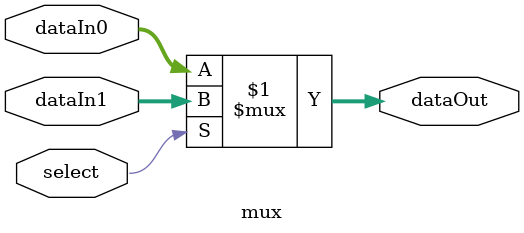
<source format=v>
module mux (
    input [15:0] dataIn0,
    input [15:0] dataIn1,
    input select,
    output [15:0] dataOut
);
    assign dataOut = select ? dataIn1 : dataIn0;
endmodule

</source>
